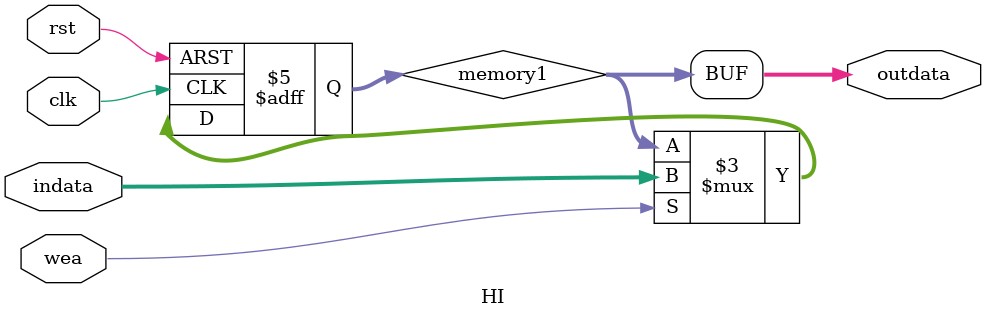
<source format=v>
`timescale 1ns / 1ps

module HI(
input clk,
input rst,
input wea,
input [31:0]indata,
output [31:0]outdata
);
reg [31:0]memory1;
assign outdata=memory1;
always @(posedge clk or posedge rst) 
begin
    if(rst)
    begin
        memory1=32'h0000000;
    end
    else
    begin
        if(wea)
        begin
            memory1=indata;
        end
    end
end
endmodule

</source>
